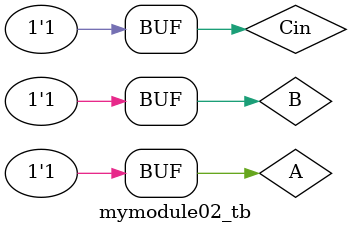
<source format=v>
`timescale 1ns / 1ps


module mymodule02_tb;

	// Inputs
	reg A;
	reg B;
	reg Cin;

	// Outputs
	wire [0:4] O;

	// Instantiate the Unit Under Test (UUT)
	mymodule02 uut (
		.O(O), 
		.A(A), 
		.B(B), 
		.Cin(Cin)
	);

	initial begin
		// Initialize Inputs
		A = 0;
		B = 0;
		Cin = 0;

		// Wait 100 ns for global reset to finish
		#20;
        
		// Add stimulus here
		A = 0;
		B = 1;
		Cin = 0;
		#40;
		
		A = 1;
		B = 0;
		Cin = 0;
		#60;
		
		A = 1;
		B = 1;
		Cin = 0;
		#80;
		
		A = 0;
		B = 0;
		Cin = 1;
		#100;
		
		A = 0;
		B = 1;
		Cin = 1;
		#120;
		
		A = 1;
		B = 0;
		Cin = 1;
		#140;
		
		A = 1;
		B = 1;
		Cin = 1;
		#160;
		
	end
      
			initial begin
	$monitor("A=%d, B=%d , Cin=%d , S=%d, Cout=%d",A,B,Cin,O[1],O[4]);
   end

		
endmodule


</source>
